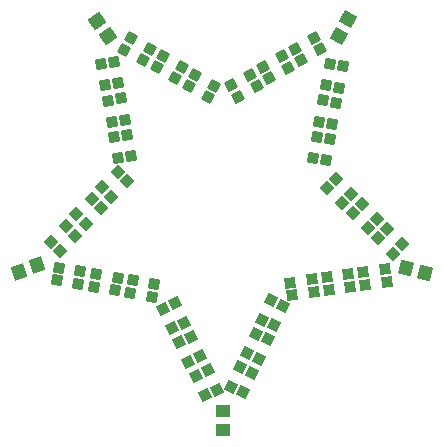
<source format=gts>
G04*
G04 #@! TF.GenerationSoftware,Altium Limited,Altium Designer,22.10.1 (41)*
G04*
G04 Layer_Color=8388736*
%FSLAX25Y25*%
%MOIN*%
G70*
G04*
G04 #@! TF.SameCoordinates,0AD24C9F-CA8A-4173-ACEB-545809BFA2C4*
G04*
G04*
G04 #@! TF.FilePolarity,Negative*
G04*
G01*
G75*
%ADD30P,0.05029X4X340.0*%
G04:AMPARAMS|DCode=31|XSize=47.37mil|YSize=43.43mil|CornerRadius=0mil|HoleSize=0mil|Usage=FLASHONLY|Rotation=290.000|XOffset=0mil|YOffset=0mil|HoleType=Round|Shape=Rectangle|*
%AMROTATEDRECTD31*
4,1,4,-0.02851,0.01483,0.01231,0.02968,0.02851,-0.01483,-0.01231,-0.02968,-0.02851,0.01483,0.0*
%
%ADD31ROTATEDRECTD31*%

%ADD32R,0.04737X0.04343*%
G04:AMPARAMS|DCode=33|XSize=47.37mil|YSize=43.43mil|CornerRadius=0mil|HoleSize=0mil|Usage=FLASHONLY|Rotation=75.000|XOffset=0mil|YOffset=0mil|HoleType=Round|Shape=Rectangle|*
%AMROTATEDRECTD33*
4,1,4,0.01485,-0.02850,-0.02711,-0.01726,-0.01485,0.02850,0.02711,0.01726,0.01485,-0.02850,0.0*
%
%ADD33ROTATEDRECTD33*%

G04:AMPARAMS|DCode=34|XSize=47.37mil|YSize=43.43mil|CornerRadius=0mil|HoleSize=0mil|Usage=FLASHONLY|Rotation=150.000|XOffset=0mil|YOffset=0mil|HoleType=Round|Shape=Rectangle|*
%AMROTATEDRECTD34*
4,1,4,0.03137,0.00697,0.00965,-0.03065,-0.03137,-0.00697,-0.00965,0.03065,0.03137,0.00697,0.0*
%
%ADD34ROTATEDRECTD34*%

G04:AMPARAMS|DCode=35|XSize=47.37mil|YSize=43.43mil|CornerRadius=0mil|HoleSize=0mil|Usage=FLASHONLY|Rotation=215.000|XOffset=0mil|YOffset=0mil|HoleType=Round|Shape=Rectangle|*
%AMROTATEDRECTD35*
4,1,4,0.00695,0.03137,0.03186,-0.00420,-0.00695,-0.03137,-0.03186,0.00420,0.00695,0.03137,0.0*
%
%ADD35ROTATEDRECTD35*%

%ADD36P,0.05029X4X110.0*%
%ADD37P,0.05029X4X53.0*%
%ADD38P,0.05029X4X180.0*%
%ADD39P,0.05029X4X125.0*%
%ADD40P,0.05029X4X254.0*%
%ADD41P,0.05029X4X195.0*%
%ADD42P,0.05029X4X325.0*%
%ADD43P,0.05029X4X270.0*%
%ADD44P,0.05029X4X395.0*%
D30*
X157643Y28778D02*
D03*
X160687Y22249D02*
D03*
X156762Y20418D02*
D03*
X153718Y26948D02*
D03*
X146843Y51078D02*
D03*
X149887Y44548D02*
D03*
X145962Y42718D02*
D03*
X142918Y49248D02*
D03*
X152155Y39930D02*
D03*
X155200Y33400D02*
D03*
X151275Y31570D02*
D03*
X148230Y38100D02*
D03*
D31*
X94840Y61523D02*
D03*
X100760Y63677D02*
D03*
D32*
X162800Y8850D02*
D03*
X162800Y15150D02*
D03*
D33*
X230042Y61185D02*
D03*
X223958Y62815D02*
D03*
D34*
X204575Y145628D02*
D03*
X201425Y140172D02*
D03*
D35*
X120793Y145180D02*
D03*
X124407Y140020D02*
D03*
D36*
X169506Y21365D02*
D03*
X172551Y27895D02*
D03*
X168626Y29725D02*
D03*
X165581Y23196D02*
D03*
X175881Y45496D02*
D03*
X178926Y52025D02*
D03*
X182851Y50195D02*
D03*
X179806Y43665D02*
D03*
X170781Y34295D02*
D03*
X173826Y40825D02*
D03*
X177751Y38995D02*
D03*
X174706Y32465D02*
D03*
D37*
X185858Y53668D02*
D03*
X192992Y54671D02*
D03*
X192390Y58959D02*
D03*
X185255Y57957D02*
D03*
X197455Y59757D02*
D03*
X204590Y60759D02*
D03*
X205192Y56471D02*
D03*
X198058Y55468D02*
D03*
X210168Y57209D02*
D03*
X217303Y58211D02*
D03*
X216700Y62500D02*
D03*
X209565Y61497D02*
D03*
D38*
X219472Y67592D02*
D03*
X214377Y72686D02*
D03*
X217439Y75748D02*
D03*
X222534Y70654D02*
D03*
X214234Y79054D02*
D03*
X209139Y84149D02*
D03*
X206077Y81086D02*
D03*
X211172Y75992D02*
D03*
X202471Y84392D02*
D03*
X197377Y89486D02*
D03*
X200439Y92549D02*
D03*
X205534Y87454D02*
D03*
D39*
X197121Y98627D02*
D03*
X198372Y105722D02*
D03*
X194107Y106474D02*
D03*
X192856Y99379D02*
D03*
X194956Y111579D02*
D03*
X196207Y118674D02*
D03*
X200472Y117922D02*
D03*
X199221Y110827D02*
D03*
X201421Y122927D02*
D03*
X202672Y130022D02*
D03*
X198407Y130774D02*
D03*
X197156Y123679D02*
D03*
D40*
X195126Y135658D02*
D03*
X188825Y132165D02*
D03*
X186726Y135953D02*
D03*
X193027Y139446D02*
D03*
X182427Y133346D02*
D03*
X176126Y129853D02*
D03*
X178225Y126065D02*
D03*
X184527Y129558D02*
D03*
X174027Y123358D02*
D03*
X167725Y119865D02*
D03*
X165626Y123653D02*
D03*
X171927Y127146D02*
D03*
D41*
X159829Y123463D02*
D03*
X153590Y127065D02*
D03*
X151424Y123315D02*
D03*
X157664Y119712D02*
D03*
X146964Y126112D02*
D03*
X140724Y129715D02*
D03*
X142890Y133465D02*
D03*
X149129Y129863D02*
D03*
X138329Y135763D02*
D03*
X132090Y139365D02*
D03*
X129924Y135615D02*
D03*
X136164Y132012D02*
D03*
D42*
X126421Y131514D02*
D03*
X127672Y124419D02*
D03*
X123407Y123667D02*
D03*
X122156Y130762D02*
D03*
X124456Y118562D02*
D03*
X125707Y111467D02*
D03*
X129972Y112219D02*
D03*
X128721Y119314D02*
D03*
X130721Y107214D02*
D03*
X131972Y100119D02*
D03*
X127707Y99367D02*
D03*
X126456Y106462D02*
D03*
D43*
X130708Y91672D02*
D03*
X125614Y86577D02*
D03*
X122552Y89639D02*
D03*
X127646Y94734D02*
D03*
X122108Y82671D02*
D03*
X117014Y77577D02*
D03*
X113952Y80639D02*
D03*
X119046Y85734D02*
D03*
X113608Y73571D02*
D03*
X108514Y68477D02*
D03*
X105452Y71539D02*
D03*
X110546Y76634D02*
D03*
D44*
X108179Y62944D02*
D03*
X115274Y61693D02*
D03*
X114522Y57428D02*
D03*
X107427Y58679D02*
D03*
X120605Y60851D02*
D03*
X127700Y59600D02*
D03*
X126948Y55335D02*
D03*
X119853Y56586D02*
D03*
X132700Y58800D02*
D03*
X139795Y57549D02*
D03*
X139043Y53284D02*
D03*
X131948Y54535D02*
D03*
M02*

</source>
